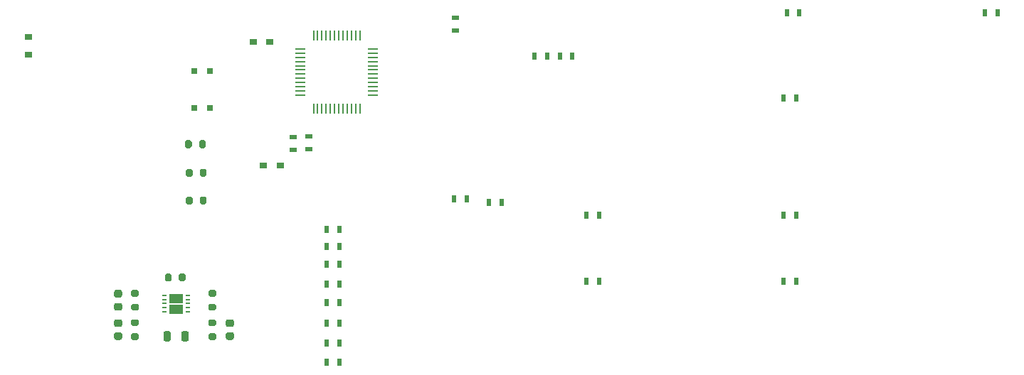
<source format=gbr>
%TF.GenerationSoftware,KiCad,Pcbnew,(5.1.10)-1*%
%TF.CreationDate,2022-09-03T16:46:32+05:30*%
%TF.ProjectId,ENC-nrf-301-02-REV05,454e432d-6e72-4662-9d33-30312d30322d,rev?*%
%TF.SameCoordinates,Original*%
%TF.FileFunction,Paste,Top*%
%TF.FilePolarity,Positive*%
%FSLAX46Y46*%
G04 Gerber Fmt 4.6, Leading zero omitted, Abs format (unit mm)*
G04 Created by KiCad (PCBNEW (5.1.10)-1) date 2022-09-03 16:46:32*
%MOMM*%
%LPD*%
G01*
G04 APERTURE LIST*
%ADD10C,0.100000*%
%ADD11O,0.599999X0.240000*%
%ADD12R,0.900000X0.500000*%
%ADD13R,0.900000X0.800000*%
%ADD14R,0.500000X0.900000*%
%ADD15R,1.300000X0.250000*%
%ADD16R,0.250000X1.300000*%
%ADD17R,0.800000X0.700000*%
G04 APERTURE END LIST*
D10*
%TO.C,IC1*%
G36*
X113829999Y-118864999D02*
G01*
X115329998Y-118864999D01*
X115329998Y-117800000D01*
X113829999Y-117800000D01*
X113829999Y-118864999D01*
G37*
X113829999Y-118864999D02*
X115329998Y-118864999D01*
X115329998Y-117800000D01*
X113829999Y-117800000D01*
X113829999Y-118864999D01*
G36*
X113829999Y-117600003D02*
G01*
X115329998Y-117600003D01*
X115329998Y-116535004D01*
X113829999Y-116535004D01*
X113829999Y-117600003D01*
G37*
X113829999Y-117600003D02*
X115329998Y-117600003D01*
X115329998Y-116535004D01*
X113829999Y-116535004D01*
X113829999Y-117600003D01*
%TD*%
%TO.C,R16*%
G36*
G01*
X117425000Y-105675000D02*
X117425000Y-105125000D01*
G75*
G02*
X117625000Y-104925000I200000J0D01*
G01*
X118025000Y-104925000D01*
G75*
G02*
X118225000Y-105125000I0J-200000D01*
G01*
X118225000Y-105675000D01*
G75*
G02*
X118025000Y-105875000I-200000J0D01*
G01*
X117625000Y-105875000D01*
G75*
G02*
X117425000Y-105675000I0J200000D01*
G01*
G37*
G36*
G01*
X115775000Y-105675000D02*
X115775000Y-105125000D01*
G75*
G02*
X115975000Y-104925000I200000J0D01*
G01*
X116375000Y-104925000D01*
G75*
G02*
X116575000Y-105125000I0J-200000D01*
G01*
X116575000Y-105675000D01*
G75*
G02*
X116375000Y-105875000I-200000J0D01*
G01*
X115975000Y-105875000D01*
G75*
G02*
X115775000Y-105675000I0J200000D01*
G01*
G37*
%TD*%
%TO.C,R15*%
G36*
G01*
X117425000Y-102375000D02*
X117425000Y-101825000D01*
G75*
G02*
X117625000Y-101625000I200000J0D01*
G01*
X118025000Y-101625000D01*
G75*
G02*
X118225000Y-101825000I0J-200000D01*
G01*
X118225000Y-102375000D01*
G75*
G02*
X118025000Y-102575000I-200000J0D01*
G01*
X117625000Y-102575000D01*
G75*
G02*
X117425000Y-102375000I0J200000D01*
G01*
G37*
G36*
G01*
X115775000Y-102375000D02*
X115775000Y-101825000D01*
G75*
G02*
X115975000Y-101625000I200000J0D01*
G01*
X116375000Y-101625000D01*
G75*
G02*
X116575000Y-101825000I0J-200000D01*
G01*
X116575000Y-102375000D01*
G75*
G02*
X116375000Y-102575000I-200000J0D01*
G01*
X115975000Y-102575000D01*
G75*
G02*
X115775000Y-102375000I0J200000D01*
G01*
G37*
%TD*%
%TO.C,R17*%
G36*
G01*
X117325000Y-98975000D02*
X117325000Y-98425000D01*
G75*
G02*
X117525000Y-98225000I200000J0D01*
G01*
X117925000Y-98225000D01*
G75*
G02*
X118125000Y-98425000I0J-200000D01*
G01*
X118125000Y-98975000D01*
G75*
G02*
X117925000Y-99175000I-200000J0D01*
G01*
X117525000Y-99175000D01*
G75*
G02*
X117325000Y-98975000I0J200000D01*
G01*
G37*
G36*
G01*
X115675000Y-98975000D02*
X115675000Y-98425000D01*
G75*
G02*
X115875000Y-98225000I200000J0D01*
G01*
X116275000Y-98225000D01*
G75*
G02*
X116475000Y-98425000I0J-200000D01*
G01*
X116475000Y-98975000D01*
G75*
G02*
X116275000Y-99175000I-200000J0D01*
G01*
X115875000Y-99175000D01*
G75*
G02*
X115675000Y-98975000I0J200000D01*
G01*
G37*
%TD*%
%TO.C,R30*%
G36*
G01*
X119175000Y-120375000D02*
X118625000Y-120375000D01*
G75*
G02*
X118425000Y-120175000I0J200000D01*
G01*
X118425000Y-119775000D01*
G75*
G02*
X118625000Y-119575000I200000J0D01*
G01*
X119175000Y-119575000D01*
G75*
G02*
X119375000Y-119775000I0J-200000D01*
G01*
X119375000Y-120175000D01*
G75*
G02*
X119175000Y-120375000I-200000J0D01*
G01*
G37*
G36*
G01*
X119175000Y-122025000D02*
X118625000Y-122025000D01*
G75*
G02*
X118425000Y-121825000I0J200000D01*
G01*
X118425000Y-121425000D01*
G75*
G02*
X118625000Y-121225000I200000J0D01*
G01*
X119175000Y-121225000D01*
G75*
G02*
X119375000Y-121425000I0J-200000D01*
G01*
X119375000Y-121825000D01*
G75*
G02*
X119175000Y-122025000I-200000J0D01*
G01*
G37*
%TD*%
%TO.C,R28*%
G36*
G01*
X109425000Y-117725000D02*
X109975000Y-117725000D01*
G75*
G02*
X110175000Y-117925000I0J-200000D01*
G01*
X110175000Y-118325000D01*
G75*
G02*
X109975000Y-118525000I-200000J0D01*
G01*
X109425000Y-118525000D01*
G75*
G02*
X109225000Y-118325000I0J200000D01*
G01*
X109225000Y-117925000D01*
G75*
G02*
X109425000Y-117725000I200000J0D01*
G01*
G37*
G36*
G01*
X109425000Y-116075000D02*
X109975000Y-116075000D01*
G75*
G02*
X110175000Y-116275000I0J-200000D01*
G01*
X110175000Y-116675000D01*
G75*
G02*
X109975000Y-116875000I-200000J0D01*
G01*
X109425000Y-116875000D01*
G75*
G02*
X109225000Y-116675000I0J200000D01*
G01*
X109225000Y-116275000D01*
G75*
G02*
X109425000Y-116075000I200000J0D01*
G01*
G37*
%TD*%
%TO.C,R29*%
G36*
G01*
X119175000Y-116875000D02*
X118625000Y-116875000D01*
G75*
G02*
X118425000Y-116675000I0J200000D01*
G01*
X118425000Y-116275000D01*
G75*
G02*
X118625000Y-116075000I200000J0D01*
G01*
X119175000Y-116075000D01*
G75*
G02*
X119375000Y-116275000I0J-200000D01*
G01*
X119375000Y-116675000D01*
G75*
G02*
X119175000Y-116875000I-200000J0D01*
G01*
G37*
G36*
G01*
X119175000Y-118525000D02*
X118625000Y-118525000D01*
G75*
G02*
X118425000Y-118325000I0J200000D01*
G01*
X118425000Y-117925000D01*
G75*
G02*
X118625000Y-117725000I200000J0D01*
G01*
X119175000Y-117725000D01*
G75*
G02*
X119375000Y-117925000I0J-200000D01*
G01*
X119375000Y-118325000D01*
G75*
G02*
X119175000Y-118525000I-200000J0D01*
G01*
G37*
%TD*%
%TO.C,R27*%
G36*
G01*
X109975000Y-120375000D02*
X109425000Y-120375000D01*
G75*
G02*
X109225000Y-120175000I0J200000D01*
G01*
X109225000Y-119775000D01*
G75*
G02*
X109425000Y-119575000I200000J0D01*
G01*
X109975000Y-119575000D01*
G75*
G02*
X110175000Y-119775000I0J-200000D01*
G01*
X110175000Y-120175000D01*
G75*
G02*
X109975000Y-120375000I-200000J0D01*
G01*
G37*
G36*
G01*
X109975000Y-122025000D02*
X109425000Y-122025000D01*
G75*
G02*
X109225000Y-121825000I0J200000D01*
G01*
X109225000Y-121425000D01*
G75*
G02*
X109425000Y-121225000I200000J0D01*
G01*
X109975000Y-121225000D01*
G75*
G02*
X110175000Y-121425000I0J-200000D01*
G01*
X110175000Y-121825000D01*
G75*
G02*
X109975000Y-122025000I-200000J0D01*
G01*
G37*
%TD*%
%TO.C,C5*%
G36*
G01*
X121250000Y-120475000D02*
X120750000Y-120475000D01*
G75*
G02*
X120525000Y-120250000I0J225000D01*
G01*
X120525000Y-119800000D01*
G75*
G02*
X120750000Y-119575000I225000J0D01*
G01*
X121250000Y-119575000D01*
G75*
G02*
X121475000Y-119800000I0J-225000D01*
G01*
X121475000Y-120250000D01*
G75*
G02*
X121250000Y-120475000I-225000J0D01*
G01*
G37*
G36*
G01*
X121250000Y-122025000D02*
X120750000Y-122025000D01*
G75*
G02*
X120525000Y-121800000I0J225000D01*
G01*
X120525000Y-121350000D01*
G75*
G02*
X120750000Y-121125000I225000J0D01*
G01*
X121250000Y-121125000D01*
G75*
G02*
X121475000Y-121350000I0J-225000D01*
G01*
X121475000Y-121800000D01*
G75*
G02*
X121250000Y-122025000I-225000J0D01*
G01*
G37*
%TD*%
%TO.C,R26*%
G36*
G01*
X114925000Y-114875000D02*
X114925000Y-114325000D01*
G75*
G02*
X115125000Y-114125000I200000J0D01*
G01*
X115525000Y-114125000D01*
G75*
G02*
X115725000Y-114325000I0J-200000D01*
G01*
X115725000Y-114875000D01*
G75*
G02*
X115525000Y-115075000I-200000J0D01*
G01*
X115125000Y-115075000D01*
G75*
G02*
X114925000Y-114875000I0J200000D01*
G01*
G37*
G36*
G01*
X113275000Y-114875000D02*
X113275000Y-114325000D01*
G75*
G02*
X113475000Y-114125000I200000J0D01*
G01*
X113875000Y-114125000D01*
G75*
G02*
X114075000Y-114325000I0J-200000D01*
G01*
X114075000Y-114875000D01*
G75*
G02*
X113875000Y-115075000I-200000J0D01*
G01*
X113475000Y-115075000D01*
G75*
G02*
X113275000Y-114875000I0J200000D01*
G01*
G37*
%TD*%
%TO.C,C4*%
G36*
G01*
X107450000Y-117625000D02*
X107950000Y-117625000D01*
G75*
G02*
X108175000Y-117850000I0J-225000D01*
G01*
X108175000Y-118300000D01*
G75*
G02*
X107950000Y-118525000I-225000J0D01*
G01*
X107450000Y-118525000D01*
G75*
G02*
X107225000Y-118300000I0J225000D01*
G01*
X107225000Y-117850000D01*
G75*
G02*
X107450000Y-117625000I225000J0D01*
G01*
G37*
G36*
G01*
X107450000Y-116075000D02*
X107950000Y-116075000D01*
G75*
G02*
X108175000Y-116300000I0J-225000D01*
G01*
X108175000Y-116750000D01*
G75*
G02*
X107950000Y-116975000I-225000J0D01*
G01*
X107450000Y-116975000D01*
G75*
G02*
X107225000Y-116750000I0J225000D01*
G01*
X107225000Y-116300000D01*
G75*
G02*
X107450000Y-116075000I225000J0D01*
G01*
G37*
%TD*%
%TO.C,C3*%
G36*
G01*
X107950000Y-120475000D02*
X107450000Y-120475000D01*
G75*
G02*
X107225000Y-120250000I0J225000D01*
G01*
X107225000Y-119800000D01*
G75*
G02*
X107450000Y-119575000I225000J0D01*
G01*
X107950000Y-119575000D01*
G75*
G02*
X108175000Y-119800000I0J-225000D01*
G01*
X108175000Y-120250000D01*
G75*
G02*
X107950000Y-120475000I-225000J0D01*
G01*
G37*
G36*
G01*
X107950000Y-122025000D02*
X107450000Y-122025000D01*
G75*
G02*
X107225000Y-121800000I0J225000D01*
G01*
X107225000Y-121350000D01*
G75*
G02*
X107450000Y-121125000I225000J0D01*
G01*
X107950000Y-121125000D01*
G75*
G02*
X108175000Y-121350000I0J-225000D01*
G01*
X108175000Y-121800000D01*
G75*
G02*
X107950000Y-122025000I-225000J0D01*
G01*
G37*
%TD*%
D11*
%TO.C,IC1*%
X113180000Y-116700002D03*
X113180000Y-117200001D03*
X113180000Y-117700003D03*
X113180000Y-118200002D03*
X113180000Y-118700001D03*
X115980000Y-118700001D03*
X115980000Y-118200002D03*
X115980000Y-117700003D03*
X115980000Y-117200001D03*
X115980000Y-116700002D03*
%TD*%
D12*
%TO.C,R7*%
X147800000Y-83650000D03*
X147800000Y-85150000D03*
%TD*%
D13*
%TO.C,C6*%
X125000000Y-101250000D03*
X127000000Y-101250000D03*
%TD*%
%TO.C,C7*%
X123750000Y-86500000D03*
X125750000Y-86500000D03*
%TD*%
D14*
%TO.C,R8*%
X164950000Y-107200000D03*
X163450000Y-107200000D03*
%TD*%
%TO.C,R9*%
X158750000Y-88200000D03*
X157250000Y-88200000D03*
%TD*%
%TO.C,R10*%
X149150000Y-105200000D03*
X147650000Y-105200000D03*
%TD*%
%TO.C,R11*%
X188350000Y-93200000D03*
X186850000Y-93200000D03*
%TD*%
%TO.C,R12*%
X188350000Y-115000000D03*
X186850000Y-115000000D03*
%TD*%
%TO.C,R13*%
X188350000Y-107200000D03*
X186850000Y-107200000D03*
%TD*%
%TO.C,R14*%
X151850000Y-105600000D03*
X153350000Y-105600000D03*
%TD*%
%TO.C,R18*%
X132550000Y-110900000D03*
X134050000Y-110900000D03*
%TD*%
%TO.C,R19*%
X132550000Y-108900000D03*
X134050000Y-108900000D03*
%TD*%
%TO.C,R20*%
X132550000Y-120000000D03*
X134050000Y-120000000D03*
%TD*%
%TO.C,R21*%
X132550000Y-124700000D03*
X134050000Y-124700000D03*
%TD*%
%TO.C,R22*%
X132550000Y-122400000D03*
X134050000Y-122400000D03*
%TD*%
%TO.C,R23*%
X132550000Y-113000000D03*
X134050000Y-113000000D03*
%TD*%
%TO.C,R24*%
X132550000Y-115400000D03*
X134050000Y-115400000D03*
%TD*%
%TO.C,R25*%
X132550000Y-117600000D03*
X134050000Y-117600000D03*
%TD*%
D15*
%TO.C,U2*%
X129350000Y-87350000D03*
X129350000Y-87850000D03*
X129350000Y-88350000D03*
X129350000Y-88850000D03*
X129350000Y-89350000D03*
X129350000Y-89850000D03*
X129350000Y-90350000D03*
X129350000Y-90850000D03*
X129350000Y-91350000D03*
X129350000Y-91850000D03*
X129350000Y-92350000D03*
X129350000Y-92850000D03*
D16*
X130950000Y-94450000D03*
X131450000Y-94450000D03*
X131950000Y-94450000D03*
X132450000Y-94450000D03*
X132950000Y-94450000D03*
X133450000Y-94450000D03*
X133950000Y-94450000D03*
X134450000Y-94450000D03*
X134950000Y-94450000D03*
X135450000Y-94450000D03*
X135950000Y-94450000D03*
X136450000Y-94450000D03*
D15*
X138050000Y-92850000D03*
X138050000Y-92350000D03*
X138050000Y-91850000D03*
X138050000Y-91350000D03*
X138050000Y-90850000D03*
X138050000Y-90350000D03*
X138050000Y-89850000D03*
X138050000Y-89350000D03*
X138050000Y-88850000D03*
X138050000Y-88350000D03*
X138050000Y-87850000D03*
X138050000Y-87350000D03*
D16*
X136450000Y-85750000D03*
X135950000Y-85750000D03*
X135450000Y-85750000D03*
X134950000Y-85750000D03*
X134450000Y-85750000D03*
X133950000Y-85750000D03*
X133450000Y-85750000D03*
X132950000Y-85750000D03*
X132450000Y-85750000D03*
X131950000Y-85750000D03*
X131450000Y-85750000D03*
X130950000Y-85750000D03*
%TD*%
D17*
%TO.C,C1*%
X116800000Y-90000000D03*
X118600000Y-90000000D03*
%TD*%
%TO.C,C2*%
X116800000Y-94400000D03*
X118600000Y-94400000D03*
%TD*%
D13*
%TO.C,D1*%
X97000000Y-85950000D03*
X97000000Y-88050000D03*
%TD*%
D12*
%TO.C,R1*%
X130400000Y-99250000D03*
X130400000Y-97750000D03*
%TD*%
%TO.C,R2*%
X128500000Y-99350000D03*
X128500000Y-97850000D03*
%TD*%
D14*
%TO.C,R3*%
X188750000Y-83000000D03*
X187250000Y-83000000D03*
%TD*%
%TO.C,R4*%
X164950000Y-115000000D03*
X163450000Y-115000000D03*
%TD*%
%TO.C,R5*%
X212350000Y-83000000D03*
X210850000Y-83000000D03*
%TD*%
%TO.C,R6*%
X160250000Y-88200000D03*
X161750000Y-88200000D03*
%TD*%
%TO.C,L1*%
G36*
G01*
X113100000Y-121981250D02*
X113100000Y-121218750D01*
G75*
G02*
X113318750Y-121000000I218750J0D01*
G01*
X113756250Y-121000000D01*
G75*
G02*
X113975000Y-121218750I0J-218750D01*
G01*
X113975000Y-121981250D01*
G75*
G02*
X113756250Y-122200000I-218750J0D01*
G01*
X113318750Y-122200000D01*
G75*
G02*
X113100000Y-121981250I0J218750D01*
G01*
G37*
G36*
G01*
X115225000Y-121981250D02*
X115225000Y-121218750D01*
G75*
G02*
X115443750Y-121000000I218750J0D01*
G01*
X115881250Y-121000000D01*
G75*
G02*
X116100000Y-121218750I0J-218750D01*
G01*
X116100000Y-121981250D01*
G75*
G02*
X115881250Y-122200000I-218750J0D01*
G01*
X115443750Y-122200000D01*
G75*
G02*
X115225000Y-121981250I0J218750D01*
G01*
G37*
%TD*%
M02*

</source>
